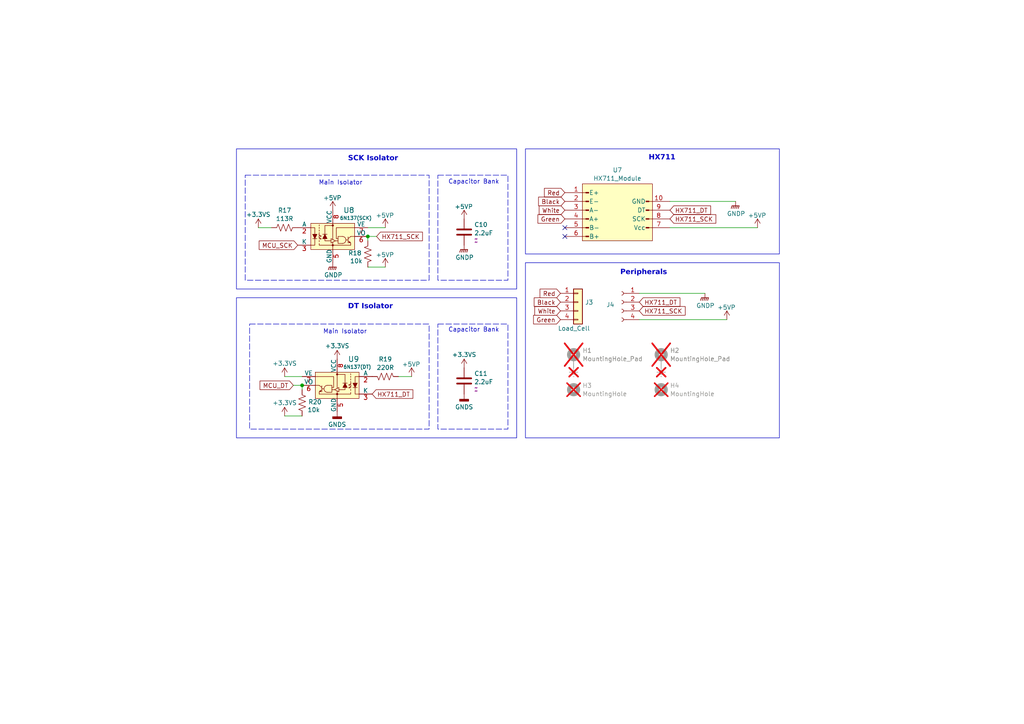
<source format=kicad_sch>
(kicad_sch (version 20231120) (generator "eeschema") (generator_version "8.0")
  (paper "A4")
  (title_block (title "OptoIsolation for Mobi-L") (date "2024-06-10") (comment 1 "Author: Srikar Bharadwaj R"))
  (lib_symbols
    (symbol "Connector:Conn_01x04_Socket" (pin_names (offset 1.016) hide)
      (property "Reference" "J" (at 0 5.08 0))
      (property "Value" "Conn_01x04_Socket" (at 0 -7.62 0))
      (symbol "Conn_01x04_Socket_1_1"
        (arc (start 0 -4.572) (mid -0.5058 -5.08) (end 0 -5.588) (stroke (width 0.1524)))
        (arc (start 0 -2.032) (mid -0.5058 -2.54) (end 0 -3.048) (stroke (width 0.1524)))
        (polyline (pts (xy -1.27 -5.08) (xy -0.508 -5.08)) (stroke (width 0.1524)))
        (polyline (pts (xy -1.27 -2.54) (xy -0.508 -2.54)) (stroke (width 0.1524)))
        (polyline (pts (xy -1.27 0) (xy -0.508 0)) (stroke (width 0.1524)))
        (polyline (pts (xy -1.27 2.54) (xy -0.508 2.54)) (stroke (width 0.1524)))
        (arc (start 0 0.508) (mid -0.5058 0) (end 0 -0.508) (stroke (width 0.1524)))
        (arc (start 0 3.048) (mid -0.5058 2.54) (end 0 2.032) (stroke (width 0.1524)))
        (pin passive line (at -5.08 2.54 0) (length 3.81) (name "Pin_1") (number "1"))
        (pin passive line (at -5.08 0 0) (length 3.81) (name "Pin_2") (number "2"))
        (pin passive line (at -5.08 -2.54 0) (length 3.81) (name "Pin_3") (number "3"))
        (pin passive line (at -5.08 -5.08 0) (length 3.81) (name "Pin_4") (number "4"))
      )
    )
    (symbol "Device:R_US" (pin_numbers hide) (pin_names (offset 0))
      (property "Reference" "R" (at 2.54 0 90))
      (property "Value" "R_US" (at -2.54 0 90))
      (symbol "R_US_0_1"
        (polyline (pts (xy 0 -2.286) (xy 0 -2.54)))
        (polyline (pts (xy 0 2.286) (xy 0 2.54)))
        (polyline (pts (xy 0 -0.762) (xy 1.016 -1.143) (xy 0 -1.524) (xy -1.016 -1.905) (xy 0 -2.286)))
        (polyline (pts (xy 0 0.762) (xy 1.016 0.381) (xy 0 0) (xy -1.016 -0.381) (xy 0 -0.762)))
        (polyline (pts (xy 0 2.286) (xy 1.016 1.905) (xy 0 1.524) (xy -1.016 1.143) (xy 0 0.762)))
      )
      (symbol "R_US_1_1"
        (pin passive line (at 0 3.81 270) (length 1.27) (name "~") (number "1"))
        (pin passive line (at 0 -3.81 90) (length 1.27) (name "~") (number "2"))
      )
    )
    (symbol "Mechanical:MountingHole" (pin_names (offset 1.016))
      (property "Reference" "H" (at 0 5.08 0))
      (property "Value" "MountingHole" (at 0 3.175 0))
      (symbol "MountingHole_0_1"
        (circle (center 0 0) (radius 1.27) (stroke (width 1.27)))
      )
    )
    (symbol "Mechanical:MountingHole_Pad" (pin_numbers hide) (pin_names (offset 1.016) hide)
      (property "Reference" "H" (at 0 6.35 0))
      (property "Value" "MountingHole_Pad" (at 0 4.445 0))
      (symbol "MountingHole_Pad_0_1"
        (circle (center 0 1.27) (radius 1.27) (stroke (width 1.27)))
      )
      (symbol "MountingHole_Pad_1_1"
        (pin input line (at 0 -2.54 90) (length 2.54) (name "1") (number "1"))
      )
    )
    (symbol "SparkFun-Capacitor:C" (pin_numbers hide) (pin_names (offset 0.254))
      (property "Reference" "C" (at 0.635 2.54 0))
      (property "Value" "C" (at 0.635 -2.54 0))
      (property "Tolerance" "~" (at 1.27 -5.08 0))
      (property "Voltage" "~" (at 1.27 -6.35 0))
      (symbol "C_0_1"
        (polyline (pts (xy -2.032 -0.762) (xy 2.032 -0.762)) (stroke (width 0.508)))
        (polyline (pts (xy -2.032 0.762) (xy 2.032 0.762)) (stroke (width 0.508)))
      )
      (symbol "C_1_1"
        (pin passive line (at 0 3.81 270) (length 2.794) (name "~") (number "1"))
        (pin passive line (at 0 -3.81 90) (length 2.794) (name "~") (number "2"))
      )
    )
    (symbol "SparkFun-Connector:Conn_01x04" (pin_names (offset 1.016) hide)
      (property "Reference" "J" (at 0 5.08 0))
      (property "Value" "Conn_01x04" (at 0 -7.62 0))
      (symbol "Conn_01x04_1_1"
        (rectangle (start -1.27 -4.953) (end 0 -5.207) (stroke (width 0.1524)))
        (rectangle (start -1.27 -2.413) (end 0 -2.667) (stroke (width 0.1524)))
        (rectangle (start -1.27 0.127) (end 0 -0.127) (stroke (width 0.1524)))
        (rectangle (start -1.27 2.667) (end 0 2.413) (stroke (width 0.1524)))
        (rectangle (start -1.27 3.81) (end 1.27 -6.35) (stroke (width 0.254)) (fill (type background)))
        (pin passive line (at -5.08 2.54 0) (length 3.81) (name "Pin_1") (number "1"))
        (pin passive line (at -5.08 0 0) (length 3.81) (name "Pin_2") (number "2"))
        (pin passive line (at -5.08 -2.54 0) (length 3.81) (name "Pin_3") (number "3"))
        (pin passive line (at -5.08 -5.08 0) (length 3.81) (name "Pin_4") (number "4"))
      )
    )
    (symbol "Tesla_Lib:HX711_Module"
      (property "Reference" "U" (at 0.254 10.414 0))
      (property "Value" "HX711_Module" (at 0.254 12.954 0))
      (symbol "HX711_Module_1_1"
        (rectangle (start -10.16 8.89) (end 10.16 -7.62) (fill (type background)))
        (rectangle (start -9.1572 -6.477) (end -8.2936 -6.223) (stroke (width 0.1524)) (fill (type outline)))
        (rectangle (start -9.1572 -3.937) (end -8.2936 -3.683) (stroke (width 0.1524)) (fill (type outline)))
        (rectangle (start -9.1572 -1.397) (end -8.2936 -1.143) (stroke (width 0.1524)) (fill (type outline)))
        (rectangle (start -9.1572 1.143) (end -8.2936 1.397) (stroke (width 0.1524)) (fill (type outline)))
        (rectangle (start -9.1572 3.683) (end -8.2936 3.937) (stroke (width 0.1524)) (fill (type outline)))
        (rectangle (start -9.1572 6.223) (end -8.2936 6.477) (stroke (width 0.1524)) (fill (type outline)))
        (polyline (pts (xy -8.7 -6.35) (xy -8.2936 -6.35)) (stroke (width 0.1524)))
        (polyline (pts (xy -8.7 -3.81) (xy -8.2936 -3.81)) (stroke (width 0.1524)))
        (polyline (pts (xy -8.7 -1.27) (xy -8.2936 -1.27)) (stroke (width 0.1524)))
        (polyline (pts (xy -8.7 1.27) (xy -8.2936 1.27)) (stroke (width 0.1524)))
        (polyline (pts (xy -8.7 3.81) (xy -8.2936 3.81)) (stroke (width 0.1524)))
        (polyline (pts (xy -8.7 6.35) (xy -8.2936 6.35)) (stroke (width 0.1524)))
        (polyline (pts (xy 8.7 -3.81) (xy 8.2936 -3.81)) (stroke (width 0.1524)))
        (polyline (pts (xy 8.7 -1.27) (xy 8.2936 -1.27)) (stroke (width 0.1524)))
        (polyline (pts (xy 8.7 1.27) (xy 8.2936 1.27)) (stroke (width 0.1524)))
        (polyline (pts (xy 8.7 3.81) (xy 8.2936 3.81)) (stroke (width 0.1524)))
        (rectangle (start 8.2936 -3.683) (end 9.1572 -3.937) (stroke (width 0.1524)) (fill (type outline)))
        (rectangle (start 8.2936 -1.143) (end 9.1572 -1.397) (stroke (width 0.1524)) (fill (type outline)))
        (rectangle (start 8.2936 1.397) (end 9.1572 1.143) (stroke (width 0.1524)) (fill (type outline)))
        (rectangle (start 8.2936 3.937) (end 9.1572 3.683) (stroke (width 0.1524)) (fill (type outline)))
        (pin input line (at -15.24 6.35 0) (length 6.54) (name "E+") (number "1"))
        (pin power_out line (at 15.24 3.81 180) (length 6.54) (name "GND") (number "10"))
        (pin input line (at -15.24 3.81 0) (length 6.54) (name "E-") (number "2"))
        (pin input line (at -15.24 1.27 0) (length 6.54) (name "A-") (number "3"))
        (pin input line (at -15.24 -1.27 0) (length 6.54) (name "A+") (number "4"))
        (pin input line (at -15.24 -3.81 0) (length 6.54) (name "B-") (number "5"))
        (pin input line (at -15.24 -6.35 0) (length 6.54) (name "B+") (number "6"))
        (pin power_in line (at 15.24 -3.81 180) (length 6.54) (name "Vcc") (number "7"))
        (pin input line (at 15.24 -1.27 180) (length 6.54) (name "SCK") (number "8"))
        (pin output line (at 15.24 1.27 180) (length 6.54) (name "DT") (number "9"))
      )
    )
    (symbol "dk_Optoisolators-Logic-Output:6N137" (pin_names (offset 0))
      (property "Reference" "U" (at -7.62 6.35 0))
      (property "Value" "6N137" (at 2.54 -6.35 0))
      (symbol "6N137_0_1"
        (rectangle (start -6.35 3.81) (end 6.35 -3.81) (fill (type background)))
        (polyline (pts (xy -5.842 -0.635) (xy -4.572 -0.635)))
        (polyline (pts (xy -3.937 -1.143) (xy -3.937 -1.524)))
        (polyline (pts (xy -3.937 -0.381) (xy -3.937 -0.762)))
        (polyline (pts (xy -3.937 0.381) (xy -3.937 0)))
        (polyline (pts (xy -3.937 1.143) (xy -3.937 0.762)))
        (polyline (pts (xy -3.937 1.905) (xy -3.937 1.524)))
        (polyline (pts (xy -3.937 2.667) (xy -3.937 2.286)))
        (polyline (pts (xy -3.937 3.429) (xy -3.937 3.048)))
        (polyline (pts (xy -3.429 -0.762) (xy -3.683 -0.762)))
        (polyline (pts (xy -3.429 0) (xy -3.683 0)))
        (polyline (pts (xy -2.921 0.635) (xy -1.651 0.635)))
        (polyline (pts (xy 0 -3.81) (xy 0 -2.54)))
        (polyline (pts (xy 0 -2.54) (xy 0 -1.651)))
        (polyline (pts (xy 0 3.81) (xy 0 -0.889)))
        (polyline (pts (xy 1.524 -1.27) (xy 0.762 -1.27)))
        (polyline (pts (xy 3.81 -1.016) (xy 4.445 -1.016)))
        (polyline (pts (xy 4.445 -1.397) (xy 5.207 -1.905)))
        (polyline (pts (xy 4.445 -0.635) (xy 5.207 0)))
        (polyline (pts (xy 4.445 -0.127) (xy 4.445 -1.905)))
        (polyline (pts (xy 5.207 -2.54) (xy 0 -2.54)))
        (polyline (pts (xy 5.207 -1.905) (xy 5.207 -2.54)))
        (polyline (pts (xy 6.35 0) (xy 5.207 0)))
        (polyline (pts (xy -5.207 -0.635) (xy -5.207 -2.54) (xy -6.35 -2.54)))
        (polyline (pts (xy -5.207 0.635) (xy -5.207 2.54) (xy -6.35 2.54)))
        (polyline (pts (xy -4.064 -0.127) (xy -3.429 -0.762) (xy -3.429 -0.508)))
        (polyline (pts (xy -4.064 0.635) (xy -3.429 0) (xy -3.429 0.254)))
        (polyline (pts (xy -0.508 -1.27) (xy -2.286 -1.27) (xy -2.286 -0.635)))
        (polyline (pts (xy 0 -2.54) (xy -3.937 -2.54) (xy -3.937 -2.032)))
        (polyline (pts (xy 0 3.175) (xy -2.286 3.175) (xy -2.286 0.635)))
        (polyline (pts (xy -5.842 0.635) (xy -4.572 0.635) (xy -5.207 -0.635) (xy -5.842 0.635)) (fill (type outline)))
        (polyline (pts (xy -2.921 -0.635) (xy -1.651 -0.635) (xy -2.286 0.635) (xy -2.921 -0.635)) (fill (type outline)))
        (polyline (pts (xy 0.762 -1.27) (xy -0.508 -0.635) (xy -0.508 -1.905) (xy 0.762 -1.27)))
        (polyline (pts (xy 1.524 -0.635) (xy 1.016 -0.635) (xy 1.016 2.54) (xy 6.35 2.54)))
        (polyline (pts (xy 2.794 0) (xy 1.524 0) (xy 1.524 -2.032) (xy 2.794 -2.032)))
        (polyline (pts (xy 5.08 -1.8034) (xy 4.9022 -1.4732) (xy 4.699 -1.8288) (xy 5.1054 -1.8288)) (fill (type outline)))
        (arc (start 2.794 -2.032) (mid 3.81 -1.016) (end 2.794 0))
      )
      (symbol "6N137_1_1"
        (circle (center 0 -2.54) (radius 0.2286) (fill (type outline)))
        (circle (center 0 3.2004) (radius 0.2286) (fill (type outline)))
        (pin no_connect line (at -5.08 7.62 270) (length 3.81) hide (name "NC") (number "1"))
        (pin passive line (at -10.16 2.54 0) (length 3.81) (name "A") (number "2"))
        (pin passive line (at -10.16 -2.54 0) (length 3.81) (name "K") (number "3"))
        (pin no_connect line (at -5.08 -7.62 90) (length 3.81) hide (name "NC") (number "4"))
        (pin power_in line (at 0 -7.62 90) (length 3.81) (name "GND") (number "5"))
        (pin output line (at 10.16 0 180) (length 3.81) (name "VO") (number "6"))
        (pin input line (at 10.16 2.54 180) (length 3.81) (name "VE") (number "7"))
        (pin power_in line (at 0 7.62 270) (length 3.81) (name "VCC") (number "8"))
      )
    )
    (symbol "power:+3.3V" (power) (pin_names (offset 0))
      (property "Value" "+3.3V" (at 0 3.556 0))
      (symbol "+3.3V_0_1"
        (polyline (pts (xy -0.762 1.27) (xy 0 2.54)))
        (polyline (pts (xy 0 0) (xy 0 2.54)))
        (polyline (pts (xy 0 2.54) (xy 0.762 1.27)))
      )
      (symbol "+3.3V_1_1"
        (pin power_in line (at 0 0 90) (length 0) hide (name "+3.3V") (number "1"))
      )
    )
    (symbol "power:+5V" (power) (pin_names (offset 0))
      (property "Value" "+5V" (at 0 3.556 0))
      (symbol "+5V_0_1"
        (polyline (pts (xy -0.762 1.27) (xy 0 2.54)))
        (polyline (pts (xy 0 0) (xy 0 2.54)))
        (polyline (pts (xy 0 2.54) (xy 0.762 1.27)))
      )
      (symbol "+5V_1_1"
        (pin power_in line (at 0 0 90) (length 0) hide (name "+5V") (number "1"))
      )
    )
    (symbol "power:Earth" (power) (pin_names (offset 0))
      (symbol "Earth_0_1"
        (polyline (pts (xy -0.635 -1.905) (xy 0.635 -1.905)))
        (polyline (pts (xy -0.127 -2.54) (xy 0.127 -2.54)))
        (polyline (pts (xy 0 -1.27) (xy 0 0)))
        (polyline (pts (xy 1.27 -1.27) (xy -1.27 -1.27)))
      )
      (symbol "Earth_1_1"
        (pin power_in line (at 0 0 270) (length 0) hide (name "Earth") (number "1"))
      )
    )
    (symbol "power:GNDD" (power) (pin_names (offset 0))
      (property "Value" "GNDD" (at 0 -3.175 0))
      (symbol "GNDD_0_1"
        (rectangle (start -1.27 -1.524) (end 1.27 -2.032) (stroke (width 0.254)) (fill (type outline)))
        (polyline (pts (xy 0 0) (xy 0 -1.524)))
      )
      (symbol "GNDD_1_1"
        (pin power_in line (at 0 0 270) (length 0) hide (name "GNDD") (number "1"))
      )
    )
    (symbol "power:GNDPWR" (power) (pin_names (offset 0))
      (property "Value" "GNDPWR" (at 0 -3.302 0))
      (symbol "GNDPWR_0_1"
        (polyline (pts (xy 0 -1.27) (xy 0 0)))
        (polyline (pts (xy -1.016 -1.27) (xy -1.27 -2.032) (xy -1.27 -2.032)) (stroke (width 0.2032)))
        (polyline (pts (xy -0.508 -1.27) (xy -0.762 -2.032) (xy -0.762 -2.032)) (stroke (width 0.2032)))
        (polyline (pts (xy 0 -1.27) (xy -0.254 -2.032) (xy -0.254 -2.032)) (stroke (width 0.2032)))
        (polyline (pts (xy 0.508 -1.27) (xy 0.254 -2.032) (xy 0.254 -2.032)) (stroke (width 0.2032)))
        (polyline (pts (xy 1.016 -1.27) (xy -1.016 -1.27) (xy -1.016 -1.27)) (stroke (width 0.2032)))
        (polyline (pts (xy 1.016 -1.27) (xy 0.762 -2.032) (xy 0.762 -2.032) (xy 0.762 -2.032)) (stroke (width 0.2032)))
      )
      (symbol "GNDPWR_1_1"
        (pin power_in line (at 0 0 270) (length 0) hide (name "GNDPWR") (number "1"))
      )
    )
  )
  (junction (at 106.68 68.58))
  (junction (at 87.63 111.76))
  (no_connect (at 163.83 66.04))
  (no_connect (at 163.83 68.58))
  (wire (pts (xy 106.68 66.04) (xy 111.76 66.04)))
  (wire (pts (xy 106.68 77.47) (xy 111.76 77.47)))
  (wire (pts (xy 87.63 109.22) (xy 82.55 109.22)))
  (wire (pts (xy 210.82 92.71) (xy 185.42 92.71)))
  (wire (pts (xy 119.38 109.22) (xy 115.57 109.22)))
  (wire (pts (xy 74.93 66.04) (xy 78.74 66.04)))
  (wire (pts (xy 213.36 58.42) (xy 194.31 58.42)))
  (wire (pts (xy 204.47 85.09) (xy 185.42 85.09)))
  (wire (pts (xy 87.63 113.03) (xy 87.63 111.76)))
  (wire (pts (xy 87.63 120.65) (xy 82.55 120.65)))
  (wire (pts (xy 109.22 68.58) (xy 106.68 68.58)))
  (wire (pts (xy 219.71 66.04) (xy 194.31 66.04)))
  (wire (pts (xy 106.68 69.85) (xy 106.68 68.58)))
  (wire (pts (xy 85.09 111.76) (xy 87.63 111.76)))
  (rectangle (start 127 50.8) (end 147.32 81.28) (stroke (width 0) (type dash)))
  (rectangle (start 68.58 43.18) (end 149.86 83.82))
  (rectangle (start 152.4 43.18) (end 226.06 73.66))
  (rectangle (start 72.39 93.98) (end 124.46 124.46) (stroke (width 0) (type dash)))
  (rectangle (start 152.4 76.2) (end 226.06 127))
  (rectangle (start 68.58 86.36) (end 149.86 127))
  (rectangle (start 71.12 50.8) (end 124.46 81.28) (stroke (width 0) (type dash)))
  (rectangle (start 127 93.98) (end 147.32 124.46) (stroke (width 0) (type dash)))
  (text "Capacitor Bank" (at 137.414 52.832 0) (effects (font (size 1.27 1.27))))
  (text "Main Isolator" (at 100.076 96.266 0) (effects (font (size 1.27 1.27))))
  (text "SCK Isolator" (at 108.204 46.482 0) (effects (font (size 1.5 1.5) (thickness 0.3) (bold yes))))
  (text "HX711" (at 192.024 46.228 0) (effects (font (size 1.5 1.5) (thickness 0.3) (bold yes))))
  (text "DT Isolator" (at 107.442 89.408 0) (effects (font (size 1.5 1.5) (thickness 0.3) (bold yes))))
  (text "Capacitor Bank" (at 137.414 95.758 0) (effects (font (size 1.27 1.27))))
  (text "Peripherals" (at 186.69 79.502 0) (effects (font (size 1.5 1.5) (thickness 0.3) (bold yes))))
  (text "Main Isolator" (at 98.806 53.086 0) (effects (font (size 1.27 1.27))))
  (global_label "HX711_SCK" (shape input) (at 185.42 90.17 0) (property "Intersheetrefs" "${INTERSHEET_REFS}" (effects (hide yes))))
  (global_label "HX711_SCK" (shape input) (at 194.31 63.5 0) (property "Intersheetrefs" "${INTERSHEET_REFS}" (effects (hide yes))))
  (global_label "HX711_DT" (shape input) (at 185.42 87.63 0) (property "Intersheetrefs" "${INTERSHEET_REFS}" (effects (hide yes))))
  (global_label "Green" (shape input) (at 163.83 63.5 180) (property "Intersheetrefs" "${INTERSHEET_REFS}" (effects (hide yes))))
  (global_label "Red" (shape input) (at 162.56 85.09 180) (property "Intersheetrefs" "${INTERSHEET_REFS}" (effects (hide yes))))
  (global_label "HX711_DT" (shape input) (at 107.95 114.3 0) (property "Intersheetrefs" "${INTERSHEET_REFS}" (effects (hide yes))))
  (global_label "HX711_DT" (shape input) (at 194.31 60.96 0) (property "Intersheetrefs" "${INTERSHEET_REFS}" (effects (hide yes))))
  (global_label "Green" (shape input) (at 162.56 92.71 180) (property "Intersheetrefs" "${INTERSHEET_REFS}" (effects (hide yes))))
  (global_label "MCU_DT" (shape input) (at 85.09 111.76 180) (property "Intersheetrefs" "${INTERSHEET_REFS}" (effects (hide yes))))
  (global_label "Black" (shape input) (at 163.83 58.42 180) (property "Intersheetrefs" "${INTERSHEET_REFS}" (effects (hide yes))))
  (global_label "Black" (shape input) (at 162.56 87.63 180) (property "Intersheetrefs" "${INTERSHEET_REFS}" (effects (hide yes))))
  (global_label "MCU_SCK" (shape input) (at 86.36 71.12 180) (property "Intersheetrefs" "${INTERSHEET_REFS}" (effects (hide yes))))
  (global_label "White" (shape input) (at 163.83 60.96 180) (property "Intersheetrefs" "${INTERSHEET_REFS}" (effects (hide yes))))
  (global_label "White" (shape input) (at 162.56 90.17 180) (property "Intersheetrefs" "${INTERSHEET_REFS}" (effects (hide yes))))
  (global_label "Red" (shape input) (at 163.83 55.88 180) (property "Intersheetrefs" "${INTERSHEET_REFS}" (effects (hide yes))))
  (global_label "HX711_SCK" (shape input) (at 109.22 68.58 0) (property "Intersheetrefs" "${INTERSHEET_REFS}" (effects (hide yes))))
  (symbol (lib_id "SparkFun-Capacitor:C") (at 134.62 67.31 0) (unit 1)
    (property "Reference" "C10" (at 137.541 65.1594 0) (effects (justify left)))
    (property "Value" "2.2uF" (at 137.541 67.5837 0) (effects (justify left)))
    (property "Footprint" "Capacitor_SMD:C_0603_1608Metric_Pad1.08x0.95mm_HandSolder" (effects (hide yes)))
    (property "Datasheet" "[link text](https://cdn.sparkfun.com/assets/8/a/4/a/5/Kemet_Capacitor_Datasheet.pdf)" (effects (hide yes)))
    (property "Description" "Unpolarized capacitor" (effects (hide yes)))
    (property "PROD_ID" "CAP-00000" (effects (hide yes)))
    (property "Tolerance" "~" (at 137.541 69.2651 0) (effects (justify left)))
    (property "Voltage" "~" (at 137.541 70.2035 0) (effects (justify left)))
  )
  (symbol (lib_id "power:+5V") (at 210.82 92.71 0) (unit 1)
    (property "Reference" "#PWR060" (effects (hide yes)))
    (property "Value" "+5VP" (at 208.026 89.154 0) (effects (justify left)))
    (property "Description" "Power symbol creates a global label with name \"+5V\", Primary +5v" (effects (hide yes)))
  )
  (symbol (lib_id "power:+5V") (at 111.76 77.47 0) (unit 1)
    (property "Reference" "#PWR049" (effects (hide yes)))
    (property "Value" "+5VP" (at 108.966 73.914 0) (effects (justify left)))
    (property "Description" "Power symbol creates a global label with name \"+5V\", Primary +5v" (effects (hide yes)))
  )
  (symbol (lib_id "power:+3.3V") (at 97.79 104.14 0) (unit 1)
    (property "Reference" "#PWR050" (effects (hide yes)))
    (property "Value" "+3.3VS" (at 94.234 100.33 0) (effects (justify left)))
    (property "Description" "Power symbol creates a global label with name \"+3.3V\", Secondary +3.3v" (effects (hide yes)))
  )
  (symbol (lib_id "power:GNDPWR") (at 204.47 85.09 0) (unit 1)
    (property "Reference" "#PWR059" (effects (hide yes)))
    (property "Value" "GNDP" (at 201.93 88.646 0) (effects (justify left)))
    (property "Description" "Power symbol creates a global label with name \"GNDPWR\" , Primary ground" (effects (hide yes)))
  )
  (symbol (lib_id "Mechanical:MountingHole_Pad") (at 166.37 104.14 0) (unit 1) (on_board no) (dnp yes)
    (property "Reference" "H1" (at 168.91 101.6578 0) (effects (justify left)))
    (property "Value" "MountingHole_Pad" (at 168.91 104.0821 0) (effects (justify left)))
    (property "Footprint" "MountingHole:MountingHole_3.2mm_M3_ISO7380_Pad" (effects (hide yes)))
    (property "Description" "Mounting Hole with connection" (effects (hide yes)))
  )
  (symbol (lib_id "power:GNDD") (at 97.79 119.38 0) (mirror y) (unit 1)
    (property "Reference" "#PWR057" (effects (hide yes)))
    (property "Value" "GNDS" (at 97.79 123.1321 0))
    (property "Description" "Power symbol creates a global label with name \"GNDP\" , Secondary ground" (effects (hide yes)))
  )
  (symbol (lib_id "power:+5V") (at 119.38 109.22 0) (unit 1)
    (property "Reference" "#PWR055" (effects (hide yes)))
    (property "Value" "+5VP" (at 116.586 105.664 0) (effects (justify left)))
    (property "Description" "Power symbol creates a global label with name \"+5V\", Primary +5v" (effects (hide yes)))
  )
  (symbol (lib_id "SparkFun-Capacitor:C") (at 134.62 110.49 0) (unit 1)
    (property "Reference" "C11" (at 137.541 108.3394 0) (effects (justify left)))
    (property "Value" "2.2uF" (at 137.541 110.7637 0) (effects (justify left)))
    (property "Footprint" "Capacitor_SMD:C_0603_1608Metric_Pad1.08x0.95mm_HandSolder" (effects (hide yes)))
    (property "Datasheet" "[link text](https://cdn.sparkfun.com/assets/8/a/4/a/5/Kemet_Capacitor_Datasheet.pdf)" (effects (hide yes)))
    (property "Description" "Unpolarized capacitor" (effects (hide yes)))
    (property "PROD_ID" "CAP-00000" (effects (hide yes)))
    (property "Tolerance" "~" (at 137.541 112.4451 0) (effects (justify left)))
    (property "Voltage" "~" (at 137.541 113.3835 0) (effects (justify left)))
  )
  (symbol (lib_id "SparkFun-Connector:Conn_01x04") (at 167.64 87.63 0) (unit 1)
    (property "Reference" "J3" (at 169.672 87.6878 0) (effects (justify left)))
    (property "Value" "Load_Cell" (at 161.798 95.25 0) (effects (justify left)))
    (property "Footprint" "Connector_Phoenix_MSTB:PhoenixContact_MSTBA_2,5_4-G_1x04_P5.00mm_Horizontal" (effects (hide yes)))
    (property "Description" "Generic connector, single row, 01x04, script generated (kicad-library-utils/schlib/autogen/connector/)" (effects (hide yes)))
  )
  (symbol (lib_id "Device:R_US") (at 87.63 116.84 180) (unit 1)
    (property "Reference" "R20" (at 89.408 116.586 0) (effects (justify right)))
    (property "Value" "10k" (at 89.154 118.872 0) (effects (justify right)))
    (property "Footprint" "Resistor_SMD:R_0603_1608Metric_Pad0.98x0.95mm_HandSolder" (effects (hide yes)))
    (property "Description" "Resistor, US symbol" (effects (hide yes)))
  )
  (symbol (lib_id "power:+3.3V") (at 74.93 66.04 0) (unit 1)
    (property "Reference" "#PWR044" (effects (hide yes)))
    (property "Value" "+3.3VS" (at 71.374 62.23 0) (effects (justify left)))
    (property "Description" "Power symbol creates a global label with name \"+3.3V\", Secondary +3.3v" (effects (hide yes)))
  )
  (symbol (lib_id "power:+3.3V") (at 134.62 106.68 0) (unit 1)
    (property "Reference" "#PWR051" (effects (hide yes)))
    (property "Value" "+3.3VS" (at 131.064 102.87 0) (effects (justify left)))
    (property "Description" "Power symbol creates a global label with name \"+3.3V\", Secondary +3.3v" (effects (hide yes)))
  )
  (symbol (lib_id "power:GNDPWR") (at 213.36 58.42 0) (unit 1)
    (property "Reference" "#PWR041" (effects (hide yes)))
    (property "Value" "GNDP" (at 210.82 61.976 0) (effects (justify left)))
    (property "Description" "Power symbol creates a global label with name \"GNDPWR\" , Primary ground" (effects (hide yes)))
  )
  (symbol (lib_id "power:+5V") (at 219.71 66.04 0) (unit 1)
    (property "Reference" "#PWR046" (effects (hide yes)))
    (property "Value" "+5VP" (at 216.916 62.484 0) (effects (justify left)))
    (property "Description" "Power symbol creates a global label with name \"+5V\", Primary +5v" (effects (hide yes)))
  )
  (symbol (lib_id "power:+5V") (at 111.76 66.04 0) (unit 1)
    (property "Reference" "#PWR045" (effects (hide yes)))
    (property "Value" "+5VP" (at 108.966 62.484 0) (effects (justify left)))
    (property "Description" "Power symbol creates a global label with name \"+5V\", Primary +5v" (effects (hide yes)))
  )
  (symbol (lib_id "power:+3.3V") (at 82.55 120.65 0) (unit 1)
    (property "Reference" "#PWR058" (effects (hide yes)))
    (property "Value" "+3.3VS" (at 78.994 116.84 0) (effects (justify left)))
    (property "Description" "Power symbol creates a global label with name \"+3.3V\", Secondary +3.3v" (effects (hide yes)))
  )
  (symbol (lib_id "Mechanical:MountingHole_Pad") (at 191.77 104.14 0) (unit 1) (on_board no) (dnp yes)
    (property "Reference" "H2" (at 194.31 101.6578 0) (effects (justify left)))
    (property "Value" "MountingHole_Pad" (at 194.31 104.0821 0) (effects (justify left)))
    (property "Footprint" "MountingHole:MountingHole_3.2mm_M3_ISO7380_Pad" (effects (hide yes)))
    (property "Description" "Mounting Hole with connection" (effects (hide yes)))
  )
  (symbol (lib_id "power:+5V") (at 134.62 63.5 0) (unit 1)
    (property "Reference" "#PWR043" (effects (hide yes)))
    (property "Value" "+5VP" (at 131.826 59.944 0) (effects (justify left)))
    (property "Description" "Power symbol creates a global label with name \"+5V\", Primary +5v" (effects (hide yes)))
  )
  (symbol (lib_id "Connector:Conn_01x04_Socket") (at 180.34 87.63 0) (mirror y) (unit 1)
    (property "Reference" "J4" (at 177.038 88.392 0))
    (property "Value" "Old_HX-711_Connector" (effects (hide yes)))
    (property "Footprint" "Connector_PinSocket_2.54mm:PinSocket_1x04_P2.54mm_Vertical" (effects (hide yes)))
    (property "Description" "Generic connector, single row, 01x04, script generated" (effects (hide yes)))
  )
  (symbol (lib_id "Tesla_Lib:HX711_Module") (at 179.07 62.23 0) (unit 1)
    (property "Reference" "U7" (at 179.07 49.3225 0))
    (property "Value" "HX711_Module" (at 179.07 51.7468 0))
    (property "Footprint" "Tesla_Lib:HX711_Module" (effects (hide yes)))
  )
  (symbol (lib_id "power:Earth") (at 166.37 106.68 0) (unit 1) (on_board no) (dnp yes)
    (property "Reference" "#PWR052" (effects (hide yes)))
    (property "Value" "Earth1" (effects (hide yes)))
    (property "Description" "Power symbol creates a global label with name \"Earth\"" (effects (hide yes)))
  )
  (symbol (lib_id "power:+5V") (at 96.52 60.96 0) (unit 1)
    (property "Reference" "#PWR042" (effects (hide yes)))
    (property "Value" "+5VP" (at 93.726 57.404 0) (effects (justify left)))
    (property "Description" "Power symbol creates a global label with name \"+5V\", Primary +5v" (effects (hide yes)))
  )
  (symbol (lib_id "dk_Optoisolators-Logic-Output:6N137") (at 96.52 68.58 0) (unit 1)
    (property "Reference" "U8" (at 99.5365 60.9828 0) (effects (font (size 1.524 1.524)) (justify left)))
    (property "Value" "6N137(SCK)" (at 98.552 63.246 0) (effects (font (size 1 1)) (justify left)))
    (property "Footprint" "Package_DIP:DIP-8_W7.62mm" (effects (hide yes)))
    (property "Datasheet" "https://media.digikey.com/pdf/Data%20Sheets/Lite-On%20PDFs/6N137%20Series.pdf" (effects (hide yes)))
    (property "Description" "OPTOISO 5KV 1CH OPEN COLL 8DIP" (effects (hide yes)))
    (property "Digi-Key_PN" "160-1791-ND" (effects (hide yes)))
    (property "MPN" "6N137" (effects (hide yes)))
    (property "Category" "Isolators" (effects (hide yes)))
    (property "Family" "Optoisolators - Logic Output" (effects (hide yes)))
    (property "DK_Datasheet_Link" "https://media.digikey.com/pdf/Data%20Sheets/Lite-On%20PDFs/6N137%20Series.pdf" (effects (hide yes)))
    (property "DK_Detail_Page" "/product-detail/en/lite-on-inc/6N137/160-1791-ND/1969175" (effects (hide yes)))
    (property "Description_1" "OPTOISO 5KV 1CH OPEN COLL 8DIP" (effects (hide yes)))
    (property "Manufacturer" "Lite-On Inc." (effects (hide yes)))
    (property "Status" "Active" (effects (hide yes)))
  )
  (symbol (lib_id "dk_Optoisolators-Logic-Output:6N137") (at 97.79 111.76 0) (mirror y) (unit 1)
    (property "Reference" "U9" (at 100.9081 104.1628 0) (effects (font (size 1.524 1.524)) (justify right)))
    (property "Value" "6N137(DT)" (at 99.568 106.426 0) (effects (font (size 1 1)) (justify right)))
    (property "Footprint" "Package_DIP:DIP-8_W7.62mm" (effects (hide yes)))
    (property "Datasheet" "https://media.digikey.com/pdf/Data%20Sheets/Lite-On%20PDFs/6N137%20Series.pdf" (effects (hide yes)))
    (property "Description" "OPTOISO 5KV 1CH OPEN COLL 8DIP" (effects (hide yes)))
    (property "Digi-Key_PN" "160-1791-ND" (effects (hide yes)))
    (property "MPN" "6N137" (effects (hide yes)))
    (property "Category" "Isolators" (effects (hide yes)))
    (property "Family" "Optoisolators - Logic Output" (effects (hide yes)))
    (property "DK_Datasheet_Link" "https://media.digikey.com/pdf/Data%20Sheets/Lite-On%20PDFs/6N137%20Series.pdf" (effects (hide yes)))
    (property "DK_Detail_Page" "/product-detail/en/lite-on-inc/6N137/160-1791-ND/1969175" (effects (hide yes)))
    (property "Description_1" "OPTOISO 5KV 1CH OPEN COLL 8DIP" (effects (hide yes)))
    (property "Manufacturer" "Lite-On Inc." (effects (hide yes)))
    (property "Status" "Active" (effects (hide yes)))
  )
  (symbol (lib_id "power:+3.3V") (at 82.55 109.22 0) (unit 1)
    (property "Reference" "#PWR054" (effects (hide yes)))
    (property "Value" "+3.3VS" (at 78.994 105.41 0) (effects (justify left)))
    (property "Description" "Power symbol creates a global label with name \"+3.3V\", Secondary +3.3v" (effects (hide yes)))
  )
  (symbol (lib_id "Mechanical:MountingHole") (at 191.77 113.03 0) (unit 1) (on_board no) (dnp yes)
    (property "Reference" "H4" (at 194.31 111.8178 0) (effects (justify left)))
    (property "Value" "MountingHole" (at 194.31 114.2421 0) (effects (justify left)))
    (property "Footprint" "MountingHole:MountingHole_2.2mm_M2_ISO7380" (effects (hide yes)))
    (property "Description" "Mounting Hole without connection" (effects (hide yes)))
  )
  (symbol (lib_id "Device:R_US") (at 106.68 73.66 0) (mirror x) (unit 1)
    (property "Reference" "R18" (at 104.902 73.406 0) (effects (justify right)))
    (property "Value" "10k" (at 105.156 75.692 0) (effects (justify right)))
    (property "Footprint" "Resistor_SMD:R_0603_1608Metric_Pad0.98x0.95mm_HandSolder" (effects (hide yes)))
    (property "Description" "Resistor, US symbol" (effects (hide yes)))
  )
  (symbol (lib_id "Mechanical:MountingHole") (at 166.37 113.03 0) (unit 1) (on_board no) (dnp yes)
    (property "Reference" "H3" (at 168.91 111.8178 0) (effects (justify left)))
    (property "Value" "MountingHole" (at 168.91 114.2421 0) (effects (justify left)))
    (property "Footprint" "MountingHole:MountingHole_2.2mm_M2_ISO7380" (effects (hide yes)))
    (property "Description" "Mounting Hole without connection" (effects (hide yes)))
  )
  (symbol (lib_id "Device:R_US") (at 82.55 66.04 90) (unit 1)
    (property "Reference" "R17" (at 82.55 61.0065 90))
    (property "Value" "113R" (at 82.55 63.4308 90))
    (property "Footprint" "Resistor_SMD:R_0603_1608Metric_Pad0.98x0.95mm_HandSolder" (effects (hide yes)))
    (property "Description" "Resistor, US symbol" (effects (hide yes)))
  )
  (symbol (lib_id "Device:R_US") (at 111.76 109.22 270) (mirror x) (unit 1)
    (property "Reference" "R19" (at 111.76 104.1865 90))
    (property "Value" "220R" (at 111.76 106.6108 90))
    (property "Footprint" "Resistor_SMD:R_0603_1608Metric_Pad0.98x0.95mm_HandSolder" (effects (hide yes)))
    (property "Description" "Resistor, US symbol" (effects (hide yes)))
  )
  (symbol (lib_id "power:Earth") (at 191.77 106.68 0) (unit 1) (on_board no) (dnp yes)
    (property "Reference" "#PWR053" (effects (hide yes)))
    (property "Value" "Earth2" (effects (hide yes)))
    (property "Description" "Power symbol creates a global label with name \"Earth\"" (effects (hide yes)))
  )
  (symbol (lib_id "power:GNDPWR") (at 134.62 71.12 0) (unit 1)
    (property "Reference" "#PWR047" (effects (hide yes)))
    (property "Value" "GNDP" (at 132.08 74.676 0) (effects (justify left)))
    (property "Description" "Power symbol creates a global label with name \"GNDPWR\" , Primary ground" (effects (hide yes)))
  )
  (symbol (lib_id "power:GNDPWR") (at 96.52 76.2 0) (unit 1)
    (property "Reference" "#PWR048" (effects (hide yes)))
    (property "Value" "GNDP" (at 93.98 79.756 0) (effects (justify left)))
    (property "Description" "Power symbol creates a global label with name \"GNDPWR\" , Primary ground" (effects (hide yes)))
  )
  (symbol (lib_id "power:GNDD") (at 134.62 114.3 0) (unit 1)
    (property "Reference" "#PWR056" (effects (hide yes)))
    (property "Value" "GNDS" (at 134.62 118.0521 0))
    (property "Description" "Power symbol creates a global label with name \"GNDP\" , Secondary ground" (effects (hide yes)))
  )
)
</source>
